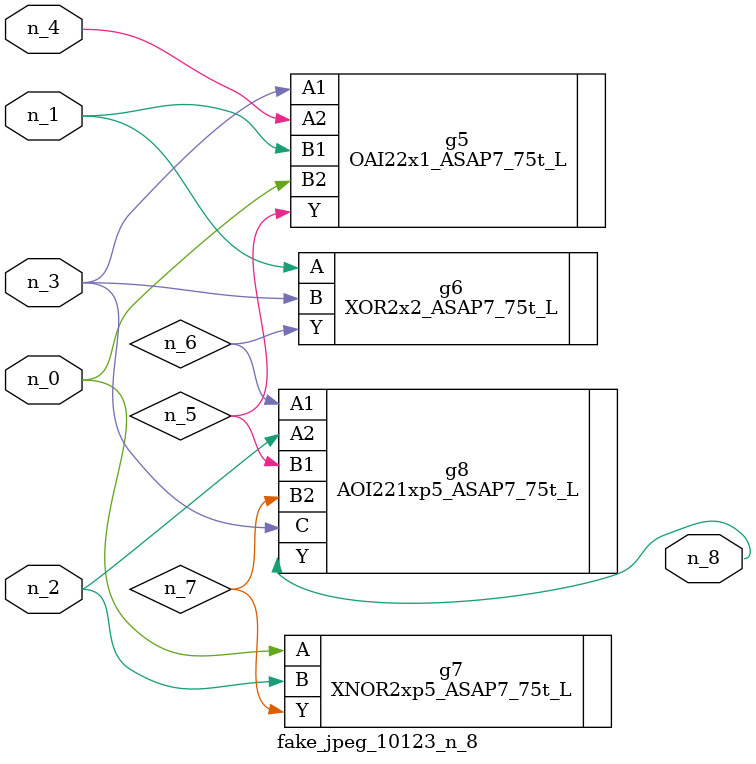
<source format=v>
module fake_jpeg_10123_n_8 (n_3, n_2, n_1, n_0, n_4, n_8);

input n_3;
input n_2;
input n_1;
input n_0;
input n_4;

output n_8;

wire n_6;
wire n_5;
wire n_7;

OAI22x1_ASAP7_75t_L g5 ( 
.A1(n_3),
.A2(n_4),
.B1(n_1),
.B2(n_0),
.Y(n_5)
);

XOR2x2_ASAP7_75t_L g6 ( 
.A(n_1),
.B(n_3),
.Y(n_6)
);

XNOR2xp5_ASAP7_75t_L g7 ( 
.A(n_0),
.B(n_2),
.Y(n_7)
);

AOI221xp5_ASAP7_75t_L g8 ( 
.A1(n_6),
.A2(n_2),
.B1(n_5),
.B2(n_7),
.C(n_3),
.Y(n_8)
);


endmodule
</source>
